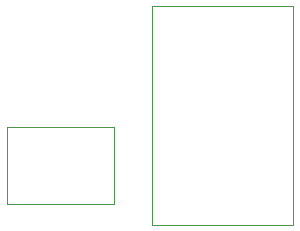
<source format=gbr>
G04 #@! TF.FileFunction,Other,User*
%FSLAX46Y46*%
G04 Gerber Fmt 4.6, Leading zero omitted, Abs format (unit mm)*
G04 Created by KiCad (PCBNEW 4.0.5+dfsg1-4) date Thu Oct 18 19:18:12 2018*
%MOMM*%
%LPD*%
G01*
G04 APERTURE LIST*
%ADD10C,0.100000*%
%ADD11C,0.050000*%
G04 APERTURE END LIST*
D10*
D11*
X102970000Y-122652000D02*
X111970000Y-122652000D01*
X111970000Y-122652000D02*
X111970000Y-129152000D01*
X111970000Y-129152000D02*
X102970000Y-129152000D01*
X102970000Y-129152000D02*
X102970000Y-122652000D01*
X115208000Y-112366000D02*
X115208000Y-130966000D01*
X127108000Y-112366000D02*
X127108000Y-130966000D01*
X115208000Y-112366000D02*
X127108000Y-112366000D01*
X115208000Y-130966000D02*
X127108000Y-130966000D01*
M02*

</source>
